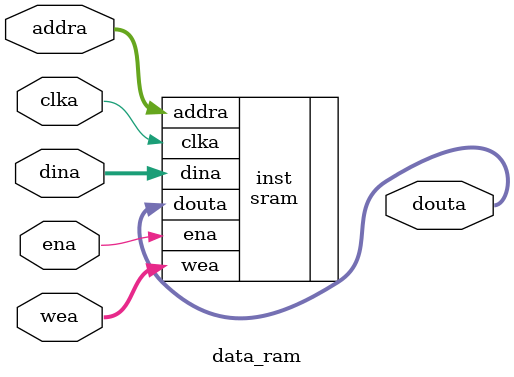
<source format=v>
module data_ram(
  input wire clka,
  input wire ena,
  input wire [3:0] wea,
  input wire [15:0] addra,
  input wire [31:0] dina,
  output reg [31:0] douta
);

sram # (
  .init(0),
  .init_coe(),
  .addr_width(16)
) inst (
  .clka(clka),
  .ena(ena),
  .wea(wea),
  .addra(addra),
  .dina(dina),
  .douta(douta)
);


endmodule

</source>
